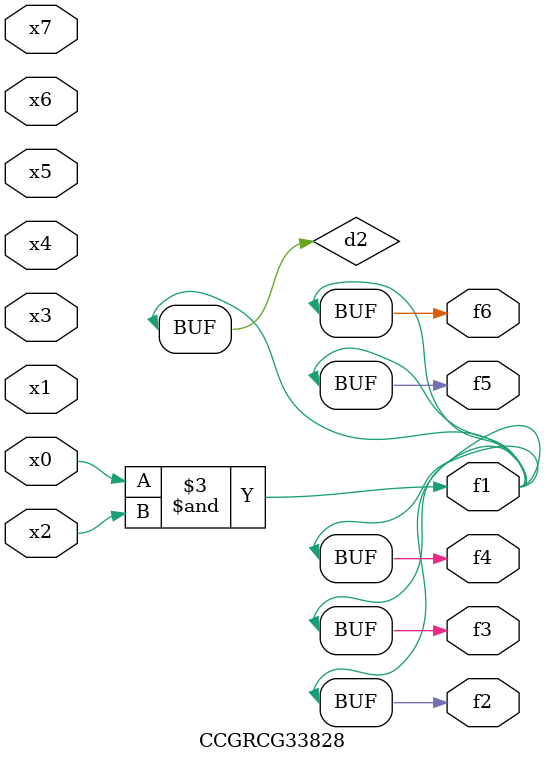
<source format=v>
module CCGRCG33828(
	input x0, x1, x2, x3, x4, x5, x6, x7,
	output f1, f2, f3, f4, f5, f6
);

	wire d1, d2;

	nor (d1, x3, x6);
	and (d2, x0, x2);
	assign f1 = d2;
	assign f2 = d2;
	assign f3 = d2;
	assign f4 = d2;
	assign f5 = d2;
	assign f6 = d2;
endmodule

</source>
